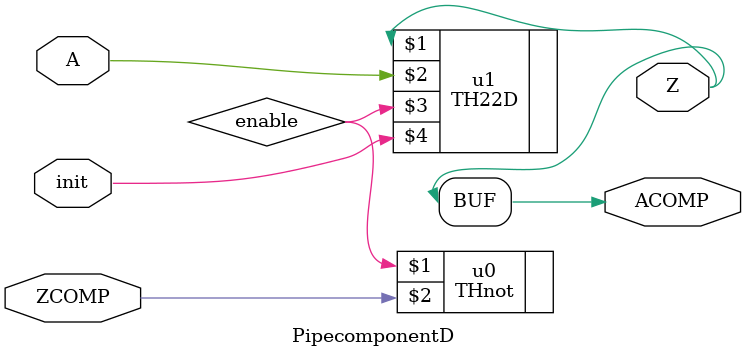
<source format=v>

`timescale 10ps / 1ps

module ring1;

wire  A;
wire  B;
wire  C;
wire  D;
wire ACOMP, BCOMP, CCOMP, DCOMP;
  /* Make an init that pulses once. */
  reg init = 0;
  initial begin
     # 1 init = 1;
     # 20 init = 0;
     # 1000 $stop;
  end
initial
 begin
    $dumpfile("ring1.vcd");
    $dumpvars(0,ring1);
 end

///// Testbench
/////////////////////////////
///// Circuit Under Test

// one rail 4 stage ring
PipecomponentN u1(B, BCOMP, A, ACOMP, init);
Pipecomponent u2(C, CCOMP, B, BCOMP, init);
Pipecomponent u3(D, DCOMP, C, CCOMP, init);
PipecomponentD u4(A, ACOMP, D, DCOMP, init);

endmodule

module Pipecomponent(output Z, input ZCOMP, input A, output ACOMP, input init);
wire enable;
THnotN  u0(enable, ZCOMP, init);
TH22  u1(Z, A, enable);
assign ACOMP = Z;
endmodule

module PipecomponentN(output  Z, input ZCOMP, input A, output ACOMP, input init);
wire enable;
THnotN  u0(enable, ZCOMP, init);
TH22N  u1(Z, A, enable, init);
assign ACOMP = Z;
endmodule

module PipecomponentD(output  Z, input ZCOMP, input A, output ACOMP, input init);
wire enable;
THnot  u0(enable, ZCOMP);
TH22D  u1(Z, A, enable, init);
assign ACOMP = Z;
endmodule


</source>
